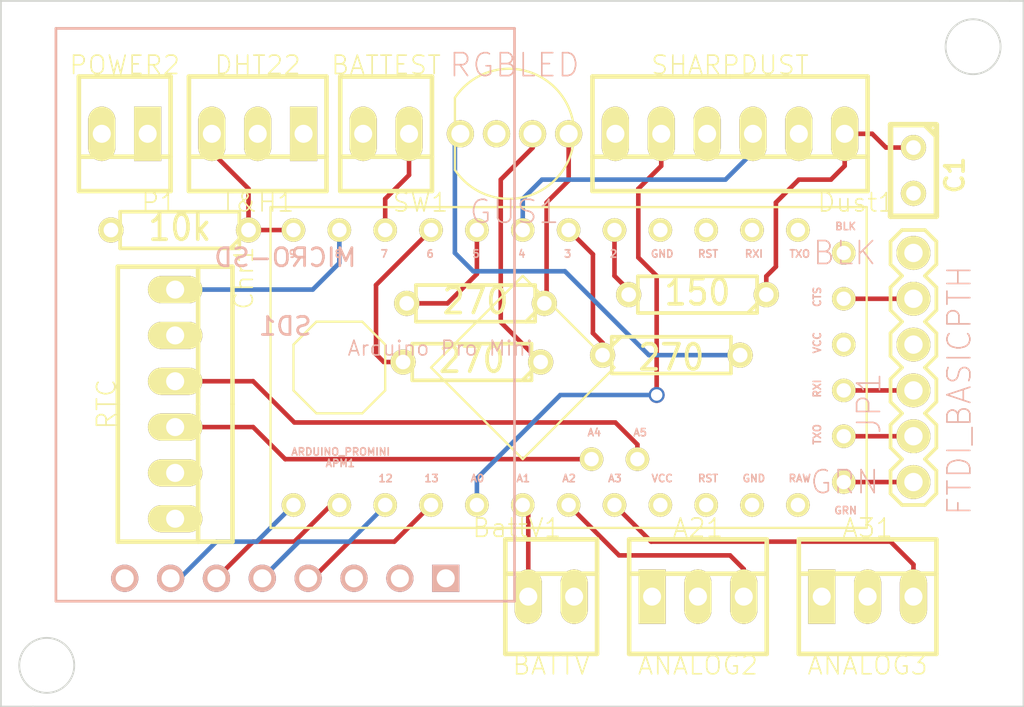
<source format=kicad_pcb>
(kicad_pcb (version 3) (host pcbnew "(2013-07-07 BZR 4022)-stable")

  (general
    (links 51)
    (no_connects 23)
    (area 119.329999 99.517999 176.072001 138.734001)
    (thickness 1.6)
    (drawings 8)
    (tracks 100)
    (zones 0)
    (modules 18)
    (nets 29)
  )

  (page A3)
  (layers
    (15 F.Cu signal hide)
    (0 B.Cu signal hide)
    (16 B.Adhes user hide)
    (17 F.Adhes user hide)
    (18 B.Paste user hide)
    (19 F.Paste user hide)
    (20 B.SilkS user)
    (21 F.SilkS user hide)
    (22 B.Mask user hide)
    (23 F.Mask user hide)
    (24 Dwgs.User user hide)
    (25 Cmts.User user hide)
    (26 Eco1.User user hide)
    (27 Eco2.User user hide)
    (28 Edge.Cuts user)
  )

  (setup
    (last_trace_width 0.254)
    (trace_clearance 0.254)
    (zone_clearance 0.508)
    (zone_45_only no)
    (trace_min 0.254)
    (segment_width 0.2)
    (edge_width 0.1)
    (via_size 0.889)
    (via_drill 0.635)
    (via_min_size 0.889)
    (via_min_drill 0.508)
    (uvia_size 0.508)
    (uvia_drill 0.127)
    (uvias_allowed no)
    (uvia_min_size 0.508)
    (uvia_min_drill 0.127)
    (pcb_text_width 0.3)
    (pcb_text_size 1.5 1.5)
    (mod_edge_width 0.15)
    (mod_text_size 1 1)
    (mod_text_width 0.15)
    (pad_size 1.50622 3.01498)
    (pad_drill 0.99822)
    (pad_to_mask_clearance 0)
    (aux_axis_origin 0 0)
    (visible_elements 7FFFFCFF)
    (pcbplotparams
      (layerselection 284196865)
      (usegerberextensions false)
      (excludeedgelayer true)
      (linewidth 0.150000)
      (plotframeref false)
      (viasonmask false)
      (mode 1)
      (useauxorigin false)
      (hpglpennumber 1)
      (hpglpenspeed 20)
      (hpglpendiameter 15)
      (hpglpenoverlay 2)
      (psnegative false)
      (psa4output false)
      (plotreference true)
      (plotvalue true)
      (plotothertext true)
      (plotinvisibletext false)
      (padsonsilk false)
      (subtractmaskfromsilk false)
      (outputformat 1)
      (mirror false)
      (drillshape 0)
      (scaleselection 1)
      (outputdirectory "ODIN gerber/"))
  )

  (net 0 "")
  (net 1 /A0)
  (net 2 /A1)
  (net 3 /A2)
  (net 4 /A3)
  (net 5 /CLK)
  (net 6 /CS)
  (net 7 /CTS)
  (net 8 /D0)
  (net 9 /D1)
  (net 10 /D2)
  (net 11 /D3)
  (net 12 /D4)
  (net 13 /D5)
  (net 14 /D6)
  (net 15 /D7)
  (net 16 /D9)
  (net 17 /DI)
  (net 18 /DO)
  (net 19 /DTR)
  (net 20 /GND)
  (net 21 /SCL)
  (net 22 /SDA)
  (net 23 /SQW)
  (net 24 /VCC)
  (net 25 N-0000019)
  (net 26 N-000002)
  (net 27 N-000003)
  (net 28 N-000004)

  (net_class Default "This is the default net class."
    (clearance 0.254)
    (trace_width 0.254)
    (via_dia 0.889)
    (via_drill 0.635)
    (uvia_dia 0.508)
    (uvia_drill 0.127)
    (add_net "")
    (add_net /A0)
    (add_net /A1)
    (add_net /A2)
    (add_net /A3)
    (add_net /CLK)
    (add_net /CS)
    (add_net /CTS)
    (add_net /D0)
    (add_net /D1)
    (add_net /D2)
    (add_net /D3)
    (add_net /D4)
    (add_net /D5)
    (add_net /D6)
    (add_net /D7)
    (add_net /D9)
    (add_net /DI)
    (add_net /DO)
    (add_net /DTR)
    (add_net /GND)
    (add_net /SCL)
    (add_net /SDA)
    (add_net /SQW)
    (add_net /VCC)
    (add_net N-0000019)
    (add_net N-000002)
    (add_net N-000003)
    (add_net N-000004)
  )

  (module microSD (layer B.Cu) (tedit 53D86257) (tstamp 53C342D5)
    (at 133.858 131.572 180)
    (path /53B9E078)
    (fp_text reference SD1 (at -1.27 13.97 180) (layer B.SilkS)
      (effects (font (size 1 1) (thickness 0.15)) (justify mirror))
    )
    (fp_text value MICRO-SD (at -1.27 17.78 180) (layer B.SilkS)
      (effects (font (size 1 1) (thickness 0.15)) (justify mirror))
    )
    (fp_line (start 11.43 -1.27) (end 11.43 30.48) (layer B.SilkS) (width 0.15))
    (fp_line (start 11.43 30.48) (end -13.97 30.48) (layer B.SilkS) (width 0.15))
    (fp_line (start 11.43 -1.27) (end -13.97 -1.27) (layer B.SilkS) (width 0.15))
    (fp_line (start -13.97 -1.27) (end -13.97 30.48) (layer B.SilkS) (width 0.15))
    (pad 4 thru_hole circle (at 0 0 180) (size 1.50622 1.50622) (drill 0.99822)
      (layers *.Cu *.Mask B.SilkS)
      (net 18 /DO)
    )
    (pad 3 thru_hole circle (at 2.54 0 180) (size 1.50622 1.50622) (drill 0.99822)
      (layers *.Cu *.Mask B.SilkS)
      (net 17 /DI)
    )
    (pad 2 thru_hole circle (at 5.08 0 180) (size 1.50622 1.50622) (drill 0.99822)
      (layers *.Cu *.Mask B.SilkS)
      (net 6 /CS)
    )
    (pad 1 thru_hole circle (at 7.62 0 180) (size 1.50622 1.50622) (drill 0.99822)
      (layers *.Cu *.Mask B.SilkS)
    )
    (pad 5 thru_hole circle (at -2.54 0 180) (size 1.50622 1.50622) (drill 0.99822)
      (layers *.Cu *.Mask B.SilkS)
      (net 5 /CLK)
    )
    (pad 6 thru_hole circle (at -5.08 0 180) (size 1.50622 1.50622) (drill 0.99822)
      (layers *.Cu *.Mask B.SilkS)
      (net 20 /GND)
    )
    (pad 7 thru_hole circle (at -7.62 0 180) (size 1.50622 1.50622) (drill 0.99822)
      (layers *.Cu *.Mask B.SilkS)
    )
    (pad 8 thru_hole rect (at -10.16 0 180) (size 1.50622 1.50622) (drill 0.99822)
      (layers *.Cu *.Mask B.SilkS)
      (net 24 /VCC)
    )
  )

  (module SparkFun-LED-TRICOLOR-THROUGHHOLE (layer F.Cu) (tedit 53D81E13) (tstamp 53D82015)
    (at 147.828 106.934)
    (path /53B9FB1C)
    (attr virtual)
    (fp_text reference GUS1 (at 0 4.318) (layer B.SilkS)
      (effects (font (size 1.27 1.27) (thickness 0.0889)))
    )
    (fp_text value RGBLED (at 0 -3.81) (layer B.SilkS)
      (effects (font (size 1.27 1.27) (thickness 0.0889)))
    )
    (fp_line (start -3.29946 -1.99898) (end -3.29946 1.99898) (layer F.SilkS) (width 0.127))
    (fp_arc (start -0.29972 0) (end -3.29946 -1.99898) (angle 292.6) (layer F.SilkS) (width 0.127))
    (pad BLU thru_hole circle (at 0.99822 0) (size 1.50622 1.50622) (drill 0.99822)
      (layers *.Cu F.Paste F.SilkS F.Mask)
      (net 28 N-000004)
    )
    (pad GND thru_hole circle (at -0.99822 0) (size 1.50622 1.50622) (drill 0.99822)
      (layers *.Cu F.Paste F.SilkS F.Mask)
      (net 20 /GND)
    )
    (pad GRN thru_hole circle (at 2.99974 0) (size 1.50622 1.50622) (drill 0.99822)
      (layers *.Cu F.Paste F.SilkS F.Mask)
      (net 27 N-000003)
    )
    (pad RED thru_hole circle (at -2.99974 0) (size 1.50622 1.50622) (drill 0.99822)
      (layers *.Cu F.Paste F.SilkS F.Mask)
      (net 26 N-000002)
    )
  )

  (module SparkFun-FTDI_BASIC (layer F.Cu) (tedit 200000) (tstamp 53C3436B)
    (at 169.926 126.238 90)
    (path /53B9E1FD)
    (attr virtual)
    (fp_text reference JP1 (at 4.36626 -2.4638 90) (layer B.SilkS)
      (effects (font (size 1.27 1.27) (thickness 0.0889)))
    )
    (fp_text value FTDI_BASICPTH (at 5.08 2.54 90) (layer B.SilkS)
      (effects (font (size 1.27 1.27) (thickness 0.0889)))
    )
    (fp_line (start 12.446 0.254) (end 12.954 0.254) (layer F.SilkS) (width 0.06604))
    (fp_line (start 12.954 0.254) (end 12.954 -0.254) (layer F.SilkS) (width 0.06604))
    (fp_line (start 12.446 -0.254) (end 12.954 -0.254) (layer F.SilkS) (width 0.06604))
    (fp_line (start 12.446 0.254) (end 12.446 -0.254) (layer F.SilkS) (width 0.06604))
    (fp_line (start 9.906 0.254) (end 10.414 0.254) (layer F.SilkS) (width 0.06604))
    (fp_line (start 10.414 0.254) (end 10.414 -0.254) (layer F.SilkS) (width 0.06604))
    (fp_line (start 9.906 -0.254) (end 10.414 -0.254) (layer F.SilkS) (width 0.06604))
    (fp_line (start 9.906 0.254) (end 9.906 -0.254) (layer F.SilkS) (width 0.06604))
    (fp_line (start 7.366 0.254) (end 7.874 0.254) (layer F.SilkS) (width 0.06604))
    (fp_line (start 7.874 0.254) (end 7.874 -0.254) (layer F.SilkS) (width 0.06604))
    (fp_line (start 7.366 -0.254) (end 7.874 -0.254) (layer F.SilkS) (width 0.06604))
    (fp_line (start 7.366 0.254) (end 7.366 -0.254) (layer F.SilkS) (width 0.06604))
    (fp_line (start 4.826 0.254) (end 5.334 0.254) (layer F.SilkS) (width 0.06604))
    (fp_line (start 5.334 0.254) (end 5.334 -0.254) (layer F.SilkS) (width 0.06604))
    (fp_line (start 4.826 -0.254) (end 5.334 -0.254) (layer F.SilkS) (width 0.06604))
    (fp_line (start 4.826 0.254) (end 4.826 -0.254) (layer F.SilkS) (width 0.06604))
    (fp_line (start 2.286 0.254) (end 2.794 0.254) (layer F.SilkS) (width 0.06604))
    (fp_line (start 2.794 0.254) (end 2.794 -0.254) (layer F.SilkS) (width 0.06604))
    (fp_line (start 2.286 -0.254) (end 2.794 -0.254) (layer F.SilkS) (width 0.06604))
    (fp_line (start 2.286 0.254) (end 2.286 -0.254) (layer F.SilkS) (width 0.06604))
    (fp_line (start -0.254 0.254) (end 0.254 0.254) (layer F.SilkS) (width 0.06604))
    (fp_line (start 0.254 0.254) (end 0.254 -0.254) (layer F.SilkS) (width 0.06604))
    (fp_line (start -0.254 -0.254) (end 0.254 -0.254) (layer F.SilkS) (width 0.06604))
    (fp_line (start -0.254 0.254) (end -0.254 -0.254) (layer F.SilkS) (width 0.06604))
    (fp_line (start 11.43 -0.635) (end 12.065 -1.27) (layer F.SilkS) (width 0.2032))
    (fp_line (start 12.065 -1.27) (end 13.335 -1.27) (layer F.SilkS) (width 0.2032))
    (fp_line (start 13.335 -1.27) (end 13.97 -0.635) (layer F.SilkS) (width 0.2032))
    (fp_line (start 13.97 0.635) (end 13.335 1.27) (layer F.SilkS) (width 0.2032))
    (fp_line (start 13.335 1.27) (end 12.065 1.27) (layer F.SilkS) (width 0.2032))
    (fp_line (start 12.065 1.27) (end 11.43 0.635) (layer F.SilkS) (width 0.2032))
    (fp_line (start 6.985 -1.27) (end 8.255 -1.27) (layer F.SilkS) (width 0.2032))
    (fp_line (start 8.255 -1.27) (end 8.89 -0.635) (layer F.SilkS) (width 0.2032))
    (fp_line (start 8.89 0.635) (end 8.255 1.27) (layer F.SilkS) (width 0.2032))
    (fp_line (start 8.89 -0.635) (end 9.525 -1.27) (layer F.SilkS) (width 0.2032))
    (fp_line (start 9.525 -1.27) (end 10.795 -1.27) (layer F.SilkS) (width 0.2032))
    (fp_line (start 10.795 -1.27) (end 11.43 -0.635) (layer F.SilkS) (width 0.2032))
    (fp_line (start 11.43 0.635) (end 10.795 1.27) (layer F.SilkS) (width 0.2032))
    (fp_line (start 10.795 1.27) (end 9.525 1.27) (layer F.SilkS) (width 0.2032))
    (fp_line (start 9.525 1.27) (end 8.89 0.635) (layer F.SilkS) (width 0.2032))
    (fp_line (start 3.81 -0.635) (end 4.445 -1.27) (layer F.SilkS) (width 0.2032))
    (fp_line (start 4.445 -1.27) (end 5.715 -1.27) (layer F.SilkS) (width 0.2032))
    (fp_line (start 5.715 -1.27) (end 6.35 -0.635) (layer F.SilkS) (width 0.2032))
    (fp_line (start 6.35 0.635) (end 5.715 1.27) (layer F.SilkS) (width 0.2032))
    (fp_line (start 5.715 1.27) (end 4.445 1.27) (layer F.SilkS) (width 0.2032))
    (fp_line (start 4.445 1.27) (end 3.81 0.635) (layer F.SilkS) (width 0.2032))
    (fp_line (start 6.985 -1.27) (end 6.35 -0.635) (layer F.SilkS) (width 0.2032))
    (fp_line (start 6.35 0.635) (end 6.985 1.27) (layer F.SilkS) (width 0.2032))
    (fp_line (start 8.255 1.27) (end 6.985 1.27) (layer F.SilkS) (width 0.2032))
    (fp_line (start -0.635 -1.27) (end 0.635 -1.27) (layer F.SilkS) (width 0.2032))
    (fp_line (start 0.635 -1.27) (end 1.27 -0.635) (layer F.SilkS) (width 0.2032))
    (fp_line (start 1.27 0.635) (end 0.635 1.27) (layer F.SilkS) (width 0.2032))
    (fp_line (start 1.27 -0.635) (end 1.905 -1.27) (layer F.SilkS) (width 0.2032))
    (fp_line (start 1.905 -1.27) (end 3.175 -1.27) (layer F.SilkS) (width 0.2032))
    (fp_line (start 3.175 -1.27) (end 3.81 -0.635) (layer F.SilkS) (width 0.2032))
    (fp_line (start 3.81 0.635) (end 3.175 1.27) (layer F.SilkS) (width 0.2032))
    (fp_line (start 3.175 1.27) (end 1.905 1.27) (layer F.SilkS) (width 0.2032))
    (fp_line (start 1.905 1.27) (end 1.27 0.635) (layer F.SilkS) (width 0.2032))
    (fp_line (start -1.27 -0.635) (end -1.27 0.635) (layer F.SilkS) (width 0.2032))
    (fp_line (start -0.635 -1.27) (end -1.27 -0.635) (layer F.SilkS) (width 0.2032))
    (fp_line (start -1.27 0.635) (end -0.635 1.27) (layer F.SilkS) (width 0.2032))
    (fp_line (start 0.635 1.27) (end -0.635 1.27) (layer F.SilkS) (width 0.2032))
    (fp_line (start 13.97 -0.635) (end 13.97 0.635) (layer F.SilkS) (width 0.2032))
    (fp_text user GRN (at 0 -3.81 180) (layer B.SilkS)
      (effects (font (size 1.27 1.27) (thickness 0.0889)))
    )
    (fp_text user BLK (at 12.7 -3.81 180) (layer B.SilkS)
      (effects (font (size 1.27 1.27) (thickness 0.0889)))
    )
    (pad CTS thru_hole circle (at 10.16 0 90) (size 1.8796 1.8796) (drill 1.016)
      (layers *.Cu F.Paste F.SilkS F.Mask)
      (net 7 /CTS)
    )
    (pad DTR thru_hole circle (at 0 0 90) (size 1.8796 1.8796) (drill 1.016)
      (layers *.Cu F.Paste F.SilkS F.Mask)
      (net 19 /DTR)
    )
    (pad GND thru_hole circle (at 12.7 0 90) (size 1.8796 1.8796) (drill 1.016)
      (layers *.Cu F.Paste F.SilkS F.Mask)
      (net 20 /GND)
    )
    (pad RXI thru_hole circle (at 2.54 0 90) (size 1.8796 1.8796) (drill 1.016)
      (layers *.Cu F.Paste F.SilkS F.Mask)
      (net 8 /D0)
    )
    (pad TXO thru_hole circle (at 5.08 0 90) (size 1.8796 1.8796) (drill 1.016)
      (layers *.Cu F.Paste F.SilkS F.Mask)
      (net 9 /D1)
    )
    (pad VCC thru_hole circle (at 7.62 0 90) (size 1.8796 1.8796) (drill 1.016)
      (layers *.Cu F.Paste F.SilkS F.Mask)
      (net 24 /VCC)
    )
  )

  (module R3 (layer F.Cu) (tedit 4E4C0E65) (tstamp 53BB698D)
    (at 157.9626 115.8494 180)
    (descr "Resitance 3 pas")
    (tags R)
    (path /53B5D761)
    (autoplace_cost180 10)
    (fp_text reference R5 (at 0 0.127 180) (layer F.SilkS) hide
      (effects (font (size 1.397 1.27) (thickness 0.2032)))
    )
    (fp_text value 150 (at 0 0.127 180) (layer F.SilkS)
      (effects (font (size 1.397 1.27) (thickness 0.2032)))
    )
    (fp_line (start -3.81 0) (end -3.302 0) (layer F.SilkS) (width 0.2032))
    (fp_line (start 3.81 0) (end 3.302 0) (layer F.SilkS) (width 0.2032))
    (fp_line (start 3.302 0) (end 3.302 -1.016) (layer F.SilkS) (width 0.2032))
    (fp_line (start 3.302 -1.016) (end -3.302 -1.016) (layer F.SilkS) (width 0.2032))
    (fp_line (start -3.302 -1.016) (end -3.302 1.016) (layer F.SilkS) (width 0.2032))
    (fp_line (start -3.302 1.016) (end 3.302 1.016) (layer F.SilkS) (width 0.2032))
    (fp_line (start 3.302 1.016) (end 3.302 0) (layer F.SilkS) (width 0.2032))
    (fp_line (start -3.302 -0.508) (end -2.794 -1.016) (layer F.SilkS) (width 0.2032))
    (pad 1 thru_hole circle (at -3.81 0 180) (size 1.397 1.397) (drill 0.8128)
      (layers *.Cu *.Mask F.SilkS)
      (net 25 N-0000019)
    )
    (pad 2 thru_hole circle (at 3.81 0 180) (size 1.397 1.397) (drill 0.8128)
      (layers *.Cu *.Mask F.SilkS)
      (net 10 /D2)
    )
    (model discret/resistor.wrl
      (at (xyz 0 0 0))
      (scale (xyz 0.3 0.3 0.3))
      (rotate (xyz 0 0 0))
    )
  )

  (module R3 (layer F.Cu) (tedit 4E4C0E65) (tstamp 53BB699B)
    (at 129.286 112.268 180)
    (descr "Resitance 3 pas")
    (tags R)
    (path /53B9DB77)
    (autoplace_cost180 10)
    (fp_text reference R1 (at 0 0.127 180) (layer F.SilkS) hide
      (effects (font (size 1.397 1.27) (thickness 0.2032)))
    )
    (fp_text value 10k (at 0 0.127 180) (layer F.SilkS)
      (effects (font (size 1.397 1.27) (thickness 0.2032)))
    )
    (fp_line (start -3.81 0) (end -3.302 0) (layer F.SilkS) (width 0.2032))
    (fp_line (start 3.81 0) (end 3.302 0) (layer F.SilkS) (width 0.2032))
    (fp_line (start 3.302 0) (end 3.302 -1.016) (layer F.SilkS) (width 0.2032))
    (fp_line (start 3.302 -1.016) (end -3.302 -1.016) (layer F.SilkS) (width 0.2032))
    (fp_line (start -3.302 -1.016) (end -3.302 1.016) (layer F.SilkS) (width 0.2032))
    (fp_line (start -3.302 1.016) (end 3.302 1.016) (layer F.SilkS) (width 0.2032))
    (fp_line (start 3.302 1.016) (end 3.302 0) (layer F.SilkS) (width 0.2032))
    (fp_line (start -3.302 -0.508) (end -2.794 -1.016) (layer F.SilkS) (width 0.2032))
    (pad 1 thru_hole circle (at -3.81 0 180) (size 1.397 1.397) (drill 0.8128)
      (layers *.Cu *.Mask F.SilkS)
      (net 16 /D9)
    )
    (pad 2 thru_hole circle (at 3.81 0 180) (size 1.397 1.397) (drill 0.8128)
      (layers *.Cu *.Mask F.SilkS)
      (net 24 /VCC)
    )
    (model discret/resistor.wrl
      (at (xyz 0 0 0))
      (scale (xyz 0.3 0.3 0.3))
      (rotate (xyz 0 0 0))
    )
  )

  (module R3 (layer F.Cu) (tedit 4E4C0E65) (tstamp 53BCAAB7)
    (at 156.5148 119.2022)
    (descr "Resitance 3 pas")
    (tags R)
    (path /53B9FB76)
    (autoplace_cost180 10)
    (fp_text reference R2 (at 0 0.127) (layer F.SilkS) hide
      (effects (font (size 1.397 1.27) (thickness 0.2032)))
    )
    (fp_text value 270 (at 0 0.127) (layer F.SilkS)
      (effects (font (size 1.397 1.27) (thickness 0.2032)))
    )
    (fp_line (start -3.81 0) (end -3.302 0) (layer F.SilkS) (width 0.2032))
    (fp_line (start 3.81 0) (end 3.302 0) (layer F.SilkS) (width 0.2032))
    (fp_line (start 3.302 0) (end 3.302 -1.016) (layer F.SilkS) (width 0.2032))
    (fp_line (start 3.302 -1.016) (end -3.302 -1.016) (layer F.SilkS) (width 0.2032))
    (fp_line (start -3.302 -1.016) (end -3.302 1.016) (layer F.SilkS) (width 0.2032))
    (fp_line (start -3.302 1.016) (end 3.302 1.016) (layer F.SilkS) (width 0.2032))
    (fp_line (start 3.302 1.016) (end 3.302 0) (layer F.SilkS) (width 0.2032))
    (fp_line (start -3.302 -0.508) (end -2.794 -1.016) (layer F.SilkS) (width 0.2032))
    (pad 1 thru_hole circle (at -3.81 0) (size 1.397 1.397) (drill 0.8128)
      (layers *.Cu *.Mask F.SilkS)
      (net 11 /D3)
    )
    (pad 2 thru_hole circle (at 3.81 0) (size 1.397 1.397) (drill 0.8128)
      (layers *.Cu *.Mask F.SilkS)
      (net 26 N-000002)
    )
    (model discret/resistor.wrl
      (at (xyz 0 0 0))
      (scale (xyz 0.3 0.3 0.3))
      (rotate (xyz 0 0 0))
    )
  )

  (module R3 (layer F.Cu) (tedit 4E4C0E65) (tstamp 53BB69B7)
    (at 145.669 116.332 180)
    (descr "Resitance 3 pas")
    (tags R)
    (path /53B9FB96)
    (autoplace_cost180 10)
    (fp_text reference R3 (at 0 0.127 180) (layer F.SilkS) hide
      (effects (font (size 1.397 1.27) (thickness 0.2032)))
    )
    (fp_text value 270 (at 0 0.127 180) (layer F.SilkS)
      (effects (font (size 1.397 1.27) (thickness 0.2032)))
    )
    (fp_line (start -3.81 0) (end -3.302 0) (layer F.SilkS) (width 0.2032))
    (fp_line (start 3.81 0) (end 3.302 0) (layer F.SilkS) (width 0.2032))
    (fp_line (start 3.302 0) (end 3.302 -1.016) (layer F.SilkS) (width 0.2032))
    (fp_line (start 3.302 -1.016) (end -3.302 -1.016) (layer F.SilkS) (width 0.2032))
    (fp_line (start -3.302 -1.016) (end -3.302 1.016) (layer F.SilkS) (width 0.2032))
    (fp_line (start -3.302 1.016) (end 3.302 1.016) (layer F.SilkS) (width 0.2032))
    (fp_line (start 3.302 1.016) (end 3.302 0) (layer F.SilkS) (width 0.2032))
    (fp_line (start -3.302 -0.508) (end -2.794 -1.016) (layer F.SilkS) (width 0.2032))
    (pad 1 thru_hole circle (at -3.81 0 180) (size 1.397 1.397) (drill 0.8128)
      (layers *.Cu *.Mask F.SilkS)
      (net 27 N-000003)
    )
    (pad 2 thru_hole circle (at 3.81 0 180) (size 1.397 1.397) (drill 0.8128)
      (layers *.Cu *.Mask F.SilkS)
      (net 13 /D5)
    )
    (model discret/resistor.wrl
      (at (xyz 0 0 0))
      (scale (xyz 0.3 0.3 0.3))
      (rotate (xyz 0 0 0))
    )
  )

  (module R3 (layer F.Cu) (tedit 4E4C0E65) (tstamp 53BB69C5)
    (at 145.4658 119.5832 180)
    (descr "Resitance 3 pas")
    (tags R)
    (path /53B9FB9C)
    (autoplace_cost180 10)
    (fp_text reference R4 (at 0 0.127 180) (layer F.SilkS) hide
      (effects (font (size 1.397 1.27) (thickness 0.2032)))
    )
    (fp_text value 270 (at 0 0.127 180) (layer F.SilkS)
      (effects (font (size 1.397 1.27) (thickness 0.2032)))
    )
    (fp_line (start -3.81 0) (end -3.302 0) (layer F.SilkS) (width 0.2032))
    (fp_line (start 3.81 0) (end 3.302 0) (layer F.SilkS) (width 0.2032))
    (fp_line (start 3.302 0) (end 3.302 -1.016) (layer F.SilkS) (width 0.2032))
    (fp_line (start 3.302 -1.016) (end -3.302 -1.016) (layer F.SilkS) (width 0.2032))
    (fp_line (start -3.302 -1.016) (end -3.302 1.016) (layer F.SilkS) (width 0.2032))
    (fp_line (start -3.302 1.016) (end 3.302 1.016) (layer F.SilkS) (width 0.2032))
    (fp_line (start 3.302 1.016) (end 3.302 0) (layer F.SilkS) (width 0.2032))
    (fp_line (start -3.302 -0.508) (end -2.794 -1.016) (layer F.SilkS) (width 0.2032))
    (pad 1 thru_hole circle (at -3.81 0 180) (size 1.397 1.397) (drill 0.8128)
      (layers *.Cu *.Mask F.SilkS)
      (net 28 N-000004)
    )
    (pad 2 thru_hole circle (at 3.81 0 180) (size 1.397 1.397) (drill 0.8128)
      (layers *.Cu *.Mask F.SilkS)
      (net 14 /D6)
    )
    (model discret/resistor.wrl
      (at (xyz 0 0 0))
      (scale (xyz 0.3 0.3 0.3))
      (rotate (xyz 0 0 0))
    )
  )

  (module PINHEAD1-6 (layer F.Cu) (tedit 4C5EDF69) (tstamp 53BB69D7)
    (at 159.766 106.934 180)
    (path /53B9E1EE)
    (attr virtual)
    (fp_text reference Dust1 (at -6.985 -3.81 180) (layer F.SilkS)
      (effects (font (size 1.016 1.016) (thickness 0.0889)))
    )
    (fp_text value SHARPDUST (at 0 3.81 180) (layer F.SilkS)
      (effects (font (size 1.016 1.016) (thickness 0.0889)))
    )
    (fp_line (start 0 3.175) (end 7.62 3.175) (layer F.SilkS) (width 0.254))
    (fp_line (start 0 -1.27) (end 7.62 -1.27) (layer F.SilkS) (width 0.254))
    (fp_line (start 0 -3.175) (end 7.62 -3.175) (layer F.SilkS) (width 0.254))
    (fp_line (start -7.62 -3.175) (end -7.62 3.175) (layer F.SilkS) (width 0.254))
    (fp_line (start 7.62 -3.175) (end 7.62 3.175) (layer F.SilkS) (width 0.254))
    (fp_line (start 0 -1.27) (end -7.62 -1.27) (layer F.SilkS) (width 0.254))
    (fp_line (start -7.62 -3.175) (end 0 -3.175) (layer F.SilkS) (width 0.254))
    (fp_line (start 0 3.175) (end -7.62 3.175) (layer F.SilkS) (width 0.254))
    (pad 1 thru_hole oval (at -6.35 0 180) (size 1.50622 3.01498) (drill 0.99822)
      (layers *.Cu F.Paste F.SilkS F.Mask)
      (net 25 N-0000019)
    )
    (pad 2 thru_hole oval (at -3.81 0 180) (size 1.50622 3.01498) (drill 0.99822)
      (layers *.Cu F.Paste F.SilkS F.Mask)
      (net 20 /GND)
    )
    (pad 3 thru_hole oval (at -1.27 0 180) (size 1.50622 3.01498) (drill 0.99822)
      (layers *.Cu F.Paste F.SilkS F.Mask)
      (net 12 /D4)
    )
    (pad 4 thru_hole oval (at 1.27 0 180) (size 1.50622 3.01498) (drill 0.99822)
      (layers *.Cu F.Paste F.SilkS F.Mask)
      (net 20 /GND)
    )
    (pad 5 thru_hole oval (at 3.81 0 180) (size 1.50622 3.01498) (drill 0.99822)
      (layers *.Cu F.Paste F.SilkS F.Mask)
      (net 1 /A0)
    )
    (pad 6 thru_hole oval (at 6.35 0 180) (size 1.50622 3.01498) (drill 0.99822)
      (layers *.Cu F.Paste F.SilkS F.Mask)
      (net 24 /VCC)
    )
  )

  (module PINHEAD1-6 (layer F.Cu) (tedit 4C5EDF69) (tstamp 53BB69E9)
    (at 129.032 121.92 270)
    (path /53BA039A)
    (attr virtual)
    (fp_text reference Chr1 (at -6.985 -3.81 270) (layer F.SilkS)
      (effects (font (size 1.016 1.016) (thickness 0.0889)))
    )
    (fp_text value RTC (at 0 3.81 270) (layer F.SilkS)
      (effects (font (size 1.016 1.016) (thickness 0.0889)))
    )
    (fp_line (start 0 3.175) (end 7.62 3.175) (layer F.SilkS) (width 0.254))
    (fp_line (start 0 -1.27) (end 7.62 -1.27) (layer F.SilkS) (width 0.254))
    (fp_line (start 0 -3.175) (end 7.62 -3.175) (layer F.SilkS) (width 0.254))
    (fp_line (start -7.62 -3.175) (end -7.62 3.175) (layer F.SilkS) (width 0.254))
    (fp_line (start 7.62 -3.175) (end 7.62 3.175) (layer F.SilkS) (width 0.254))
    (fp_line (start 0 -1.27) (end -7.62 -1.27) (layer F.SilkS) (width 0.254))
    (fp_line (start -7.62 -3.175) (end 0 -3.175) (layer F.SilkS) (width 0.254))
    (fp_line (start 0 3.175) (end -7.62 3.175) (layer F.SilkS) (width 0.254))
    (pad 1 thru_hole oval (at -6.35 0 270) (size 1.50622 3.01498) (drill 0.99822)
      (layers *.Cu F.Paste F.SilkS F.Mask)
      (net 23 /SQW)
    )
    (pad 2 thru_hole oval (at -3.81 0 270) (size 1.50622 3.01498) (drill 0.99822)
      (layers *.Cu F.Paste F.SilkS F.Mask)
    )
    (pad 3 thru_hole oval (at -1.27 0 270) (size 1.50622 3.01498) (drill 0.99822)
      (layers *.Cu F.Paste F.SilkS F.Mask)
      (net 22 /SDA)
    )
    (pad 4 thru_hole oval (at 1.27 0 270) (size 1.50622 3.01498) (drill 0.99822)
      (layers *.Cu F.Paste F.SilkS F.Mask)
      (net 21 /SCL)
    )
    (pad 5 thru_hole oval (at 3.81 0 270) (size 1.50622 3.01498) (drill 0.99822)
      (layers *.Cu F.Paste F.SilkS F.Mask)
      (net 24 /VCC)
    )
    (pad 6 thru_hole oval (at 6.35 0 270) (size 1.50622 3.01498) (drill 0.99822)
      (layers *.Cu F.Paste F.SilkS F.Mask)
      (net 20 /GND)
    )
  )

  (module PINHEAD1-2 (layer F.Cu) (tedit 4C5EDFB2) (tstamp 53C34391)
    (at 149.86 132.588)
    (path /53BB6875)
    (attr virtual)
    (fp_text reference BattV1 (at -1.905 -3.81) (layer F.SilkS)
      (effects (font (size 1.016 1.016) (thickness 0.0889)))
    )
    (fp_text value BATTV (at 0 3.81) (layer F.SilkS)
      (effects (font (size 1.016 1.016) (thickness 0.0889)))
    )
    (fp_line (start 2.54 -1.27) (end -2.54 -1.27) (layer F.SilkS) (width 0.254))
    (fp_line (start 2.54 3.175) (end -2.54 3.175) (layer F.SilkS) (width 0.254))
    (fp_line (start -2.54 -3.175) (end 2.54 -3.175) (layer F.SilkS) (width 0.254))
    (fp_line (start -2.54 -3.175) (end -2.54 3.175) (layer F.SilkS) (width 0.254))
    (fp_line (start 2.54 -3.175) (end 2.54 3.175) (layer F.SilkS) (width 0.254))
    (pad 1 thru_hole oval (at -1.27 0) (size 1.50622 3.01498) (drill 0.99822)
      (layers *.Cu F.Paste F.SilkS F.Mask)
      (net 2 /A1)
    )
    (pad 2 thru_hole oval (at 1.27 0) (size 1.50622 3.01498) (drill 0.99822)
      (layers *.Cu F.Paste F.SilkS F.Mask)
      (net 20 /GND)
    )
  )

  (module PINHEAD1-2 (layer F.Cu) (tedit 4C5EDFB2) (tstamp 53BC6A8A)
    (at 140.716 106.934 180)
    (path /53BB6E9E)
    (attr virtual)
    (fp_text reference SW1 (at -1.905 -3.81 180) (layer F.SilkS)
      (effects (font (size 1.016 1.016) (thickness 0.0889)))
    )
    (fp_text value BATTEST (at 0 3.81 180) (layer F.SilkS)
      (effects (font (size 1.016 1.016) (thickness 0.0889)))
    )
    (fp_line (start 2.54 -1.27) (end -2.54 -1.27) (layer F.SilkS) (width 0.254))
    (fp_line (start 2.54 3.175) (end -2.54 3.175) (layer F.SilkS) (width 0.254))
    (fp_line (start -2.54 -3.175) (end 2.54 -3.175) (layer F.SilkS) (width 0.254))
    (fp_line (start -2.54 -3.175) (end -2.54 3.175) (layer F.SilkS) (width 0.254))
    (fp_line (start 2.54 -3.175) (end 2.54 3.175) (layer F.SilkS) (width 0.254))
    (pad 1 thru_hole oval (at -1.27 0 180) (size 1.50622 3.01498) (drill 0.99822)
      (layers *.Cu F.Paste F.SilkS F.Mask)
      (net 15 /D7)
    )
    (pad 2 thru_hole oval (at 1.27 0 180) (size 1.50622 3.01498) (drill 0.99822)
      (layers *.Cu F.Paste F.SilkS F.Mask)
      (net 24 /VCC)
    )
  )

  (module Halley-ARDUINO_PRO_MINI (layer F.Cu) (tedit 53BC9C91) (tstamp 53BC9D7D)
    (at 152.0952 119.888)
    (descr "SPARKFUN ARDUINO PRO MINI OUTLINE")
    (tags "SPARKFUN ARDUINO PRO MINI OUTLINE")
    (path /53B9F9FD)
    (attr virtual)
    (fp_text reference APM1 (at -13.9192 5.3086) (layer B.SilkS)
      (effects (font (size 0.4064 0.4064) (thickness 0.0889)))
    )
    (fp_text value ARDUINO_PROMINI (at -13.8938 4.6736) (layer B.SilkS)
      (effects (font (size 0.4064 0.4064) (thickness 0.0889)))
    )
    (fp_line (start -17.78 8.89) (end 15.24 8.89) (layer F.SilkS) (width 0.127))
    (fp_line (start 15.24 8.89) (end 15.24 -8.89) (layer F.SilkS) (width 0.127))
    (fp_line (start 15.24 -8.89) (end -17.78 -8.89) (layer F.SilkS) (width 0.127))
    (fp_line (start -17.78 -8.89) (end -17.78 8.89) (layer F.SilkS) (width 0.127))
    (fp_line (start -16.51 -1.27) (end -16.51 1.27) (layer F.SilkS) (width 0.127))
    (fp_line (start -16.51 1.27) (end -15.24 2.54) (layer F.SilkS) (width 0.127))
    (fp_line (start -15.24 2.54) (end -12.7 2.54) (layer F.SilkS) (width 0.127))
    (fp_line (start -12.7 2.54) (end -11.43 1.27) (layer F.SilkS) (width 0.127))
    (fp_line (start -11.43 1.27) (end -11.43 -1.27) (layer F.SilkS) (width 0.127))
    (fp_line (start -11.43 -1.27) (end -12.7 -2.54) (layer F.SilkS) (width 0.127))
    (fp_line (start -12.7 -2.54) (end -15.24 -2.54) (layer F.SilkS) (width 0.127))
    (fp_line (start -15.24 -2.54) (end -16.51 -1.27) (layer F.SilkS) (width 0.127))
    (fp_line (start -8.89 0) (end -3.81 -5.08) (layer F.SilkS) (width 0.127))
    (fp_line (start -3.81 -5.08) (end 1.27 0) (layer F.SilkS) (width 0.127))
    (fp_line (start 1.27 0) (end -3.81 5.08) (layer F.SilkS) (width 0.127))
    (fp_line (start -3.81 5.08) (end -8.89 0) (layer F.SilkS) (width 0.127))
    (fp_text user 12 (at -11.4046 6.1468) (layer B.SilkS)
      (effects (font (size 0.4064 0.4064) (thickness 0.0889)))
    )
    (fp_text user 13 (at -8.86206 6.1468) (layer B.SilkS)
      (effects (font (size 0.4064 0.4064) (thickness 0.0889)))
    )
    (fp_text user A0 (at -6.3246 6.1468) (layer B.SilkS)
      (effects (font (size 0.4064 0.4064) (thickness 0.0889)))
    )
    (fp_text user A1 (at -3.7846 6.1468) (layer B.SilkS)
      (effects (font (size 0.4064 0.4064) (thickness 0.0889)))
    )
    (fp_text user A2 (at -1.2446 6.1468) (layer B.SilkS)
      (effects (font (size 0.4064 0.4064) (thickness 0.0889)))
    )
    (fp_text user A3 (at 1.29286 6.1468) (layer B.SilkS)
      (effects (font (size 0.4064 0.4064) (thickness 0.0889)))
    )
    (fp_text user VCC (at 3.9116 6.1468) (layer B.SilkS)
      (effects (font (size 0.4064 0.4064) (thickness 0.0889)))
    )
    (fp_text user A5 (at 2.6924 3.60426) (layer B.SilkS)
      (effects (font (size 0.4064 0.4064) (thickness 0.0889)))
    )
    (fp_text user A4 (at 0.1524 3.60426) (layer B.SilkS)
      (effects (font (size 0.4064 0.4064) (thickness 0.0889)))
    )
    (fp_text user RST (at 6.4516 6.1468) (layer B.SilkS)
      (effects (font (size 0.4064 0.4064) (thickness 0.0889)))
    )
    (fp_text user GND (at 8.9916 6.1468) (layer B.SilkS)
      (effects (font (size 0.4064 0.4064) (thickness 0.0889)))
    )
    (fp_text user RAW (at 11.5316 6.1468) (layer B.SilkS)
      (effects (font (size 0.4064 0.4064) (thickness 0.0889)))
    )
    (fp_text user GRN (at 14.0716 7.9248) (layer B.SilkS)
      (effects (font (size 0.4064 0.4064) (thickness 0.0889)))
    )
    (fp_text user BLK (at 14.0716 -7.8232) (layer B.SilkS)
      (effects (font (size 0.4064 0.4064) (thickness 0.0889)))
    )
    (fp_text user GND (at 3.9116 -6.2992) (layer B.SilkS)
      (effects (font (size 0.4064 0.4064) (thickness 0.0889)))
    )
    (fp_text user TXO (at 11.5316 -6.2992) (layer B.SilkS)
      (effects (font (size 0.4064 0.4064) (thickness 0.0889)))
    )
    (fp_text user RXI (at 8.9916 -6.2992) (layer B.SilkS)
      (effects (font (size 0.4064 0.4064) (thickness 0.0889)))
    )
    (fp_text user RST (at 6.4516 -6.2992) (layer B.SilkS)
      (effects (font (size 0.4064 0.4064) (thickness 0.0889)))
    )
    (fp_text user 2 (at 1.2192 -6.2992) (layer B.SilkS)
      (effects (font (size 0.4064 0.4064) (thickness 0.0889)))
    )
    (fp_text user 3 (at -1.3208 -6.2992) (layer B.SilkS)
      (effects (font (size 0.4064 0.4064) (thickness 0.0889)))
    )
    (fp_text user 4 (at -3.8608 -6.2992) (layer B.SilkS)
      (effects (font (size 0.4064 0.4064) (thickness 0.0889)))
    )
    (fp_text user 5 (at -6.4008 -6.2992) (layer B.SilkS)
      (effects (font (size 0.4064 0.4064) (thickness 0.0889)))
    )
    (fp_text user 6 (at -8.9408 -6.2992) (layer B.SilkS)
      (effects (font (size 0.4064 0.4064) (thickness 0.0889)))
    )
    (fp_text user 7 (at -11.4808 -6.2992) (layer B.SilkS)
      (effects (font (size 0.4064 0.4064) (thickness 0.0889)))
    )
    (fp_text user 8 (at -14.0208 -6.2992) (layer B.SilkS)
      (effects (font (size 0.4064 0.4064) (thickness 0.0889)))
    )
    (fp_text user 9 (at -16.5608 -6.2992) (layer B.SilkS)
      (effects (font (size 0.4064 0.4064) (thickness 0.0889)))
    )
    (fp_text user TXO (at 12.4968 3.7084 90) (layer B.SilkS)
      (effects (font (size 0.4064 0.4064) (thickness 0.0889)))
    )
    (fp_text user RXI (at 12.4968 1.1684 90) (layer B.SilkS)
      (effects (font (size 0.4064 0.4064) (thickness 0.0889)))
    )
    (fp_text user VCC (at 12.4968 -1.3716 90) (layer B.SilkS)
      (effects (font (size 0.4064 0.4064) (thickness 0.0889)))
    )
    (fp_text user CTS (at 12.4968 -3.9116 90) (layer B.SilkS)
      (effects (font (size 0.4064 0.4064) (thickness 0.0889)))
    )
    (fp_text user "Arduino Pro Mini" (at -8.382 -1.0668) (layer B.SilkS)
      (effects (font (size 0.8128 0.8128) (thickness 0.0889)))
    )
    (pad A0 thru_hole circle (at -6.35 7.62) (size 1.30556 1.30556) (drill 0.79756)
      (layers *.Cu F.Paste F.SilkS F.Mask)
      (net 1 /A0)
    )
    (pad A1 thru_hole circle (at -3.81 7.62) (size 1.30556 1.30556) (drill 0.79756)
      (layers *.Cu F.Paste F.SilkS F.Mask)
      (net 2 /A1)
    )
    (pad A2 thru_hole circle (at -1.27 7.62) (size 1.30556 1.30556) (drill 0.79756)
      (layers *.Cu F.Paste F.SilkS F.Mask)
      (net 3 /A2)
    )
    (pad A3 thru_hole circle (at 1.27 7.62) (size 1.30556 1.30556) (drill 0.79756)
      (layers *.Cu F.Paste F.SilkS F.Mask)
      (net 4 /A3)
    )
    (pad A4 thru_hole circle (at 0 5.08) (size 1.30556 1.30556) (drill 0.79756)
      (layers *.Cu F.Paste F.SilkS F.Mask)
      (net 21 /SCL)
    )
    (pad A5 thru_hole circle (at 2.54 5.08) (size 1.30556 1.30556) (drill 0.79756)
      (layers *.Cu F.Paste F.SilkS F.Mask)
      (net 22 /SDA)
    )
    (pad BLK thru_hole circle (at 13.97 -6.35) (size 1.30556 1.30556) (drill 0.79756)
      (layers *.Cu F.Paste F.SilkS F.Mask)
    )
    (pad D2 thru_hole circle (at 1.27 -7.62) (size 1.30556 1.30556) (drill 0.79756)
      (layers *.Cu F.Paste F.SilkS F.Mask)
      (net 10 /D2)
    )
    (pad D3 thru_hole circle (at -1.27 -7.62) (size 1.30556 1.30556) (drill 0.79756)
      (layers *.Cu F.Paste F.SilkS F.Mask)
      (net 11 /D3)
    )
    (pad D4 thru_hole circle (at -3.81 -7.62) (size 1.30556 1.30556) (drill 0.79756)
      (layers *.Cu F.Paste F.SilkS F.Mask)
      (net 12 /D4)
    )
    (pad D5 thru_hole circle (at -6.35 -7.62) (size 1.30556 1.30556) (drill 0.79756)
      (layers *.Cu F.Paste F.SilkS F.Mask)
      (net 13 /D5)
    )
    (pad D6 thru_hole circle (at -8.89 -7.62) (size 1.30556 1.30556) (drill 0.79756)
      (layers *.Cu F.Paste F.SilkS F.Mask)
      (net 14 /D6)
    )
    (pad D7 thru_hole circle (at -11.43 -7.62) (size 1.30556 1.30556) (drill 0.79756)
      (layers *.Cu F.Paste F.SilkS F.Mask)
      (net 15 /D7)
    )
    (pad D8 thru_hole circle (at -13.97 -7.62) (size 1.30556 1.30556) (drill 0.79756)
      (layers *.Cu F.Paste F.SilkS F.Mask)
      (net 23 /SQW)
    )
    (pad D9 thru_hole circle (at -16.51 -7.62) (size 1.30556 1.30556) (drill 0.79756)
      (layers *.Cu F.Paste F.SilkS F.Mask)
      (net 16 /D9)
    )
    (pad D10 thru_hole circle (at -16.51 7.62) (size 1.30556 1.30556) (drill 0.79756)
      (layers *.Cu F.Paste F.SilkS F.Mask)
      (net 6 /CS)
    )
    (pad D11 thru_hole circle (at -13.97 7.62) (size 1.30556 1.30556) (drill 0.79756)
      (layers *.Cu F.Paste F.SilkS F.Mask)
      (net 17 /DI)
    )
    (pad D12 thru_hole circle (at -11.43 7.62) (size 1.30556 1.30556) (drill 0.79756)
      (layers *.Cu F.Paste F.SilkS F.Mask)
      (net 18 /DO)
    )
    (pad D13 thru_hole circle (at -8.89 7.62) (size 1.30556 1.30556) (drill 0.79756)
      (layers *.Cu F.Paste F.SilkS F.Mask)
      (net 5 /CLK)
    )
    (pad GND1 thru_hole circle (at 8.89 7.62) (size 1.30556 1.30556) (drill 0.79756)
      (layers *.Cu F.Paste F.SilkS F.Mask)
      (net 20 /GND)
    )
    (pad GND2 thru_hole circle (at 3.81 -7.62) (size 1.30556 1.30556) (drill 0.79756)
      (layers *.Cu F.Paste F.SilkS F.Mask)
    )
    (pad CTS thru_hole circle (at 13.97 -3.81) (size 1.30556 1.30556) (drill 0.79756)
      (layers *.Cu F.Paste F.SilkS F.Mask)
      (net 7 /CTS)
    )
    (pad GRN thru_hole circle (at 13.97 6.35) (size 1.30556 1.30556) (drill 0.79756)
      (layers *.Cu F.Paste F.SilkS F.Mask)
      (net 19 /DTR)
    )
    (pad RAW thru_hole circle (at 11.43 7.62) (size 1.30556 1.30556) (drill 0.79756)
      (layers *.Cu F.Paste F.SilkS F.Mask)
    )
    (pad RST1 thru_hole circle (at 6.35 7.62) (size 1.30556 1.30556) (drill 0.79756)
      (layers *.Cu F.Paste F.SilkS F.Mask)
    )
    (pad RST2 thru_hole circle (at 6.35 -7.62) (size 1.30556 1.30556) (drill 0.79756)
      (layers *.Cu F.Paste F.SilkS F.Mask)
    )
    (pad RXI2 thru_hole circle (at 8.89 -7.62) (size 1.30556 1.30556) (drill 0.79756)
      (layers *.Cu F.Paste F.SilkS F.Mask)
    )
    (pad RXI thru_hole circle (at 13.97 1.27) (size 1.30556 1.30556) (drill 0.79756)
      (layers *.Cu F.Paste F.SilkS F.Mask)
      (net 9 /D1)
    )
    (pad TXO2 thru_hole circle (at 11.43 -7.62) (size 1.30556 1.30556) (drill 0.79756)
      (layers *.Cu F.Paste F.SilkS F.Mask)
    )
    (pad TXO thru_hole circle (at 13.97 3.81) (size 1.30556 1.30556) (drill 0.79756)
      (layers *.Cu F.Paste F.SilkS F.Mask)
      (net 8 /D0)
    )
    (pad VCC1 thru_hole circle (at 3.81 7.62) (size 1.30556 1.30556) (drill 0.79756)
      (layers *.Cu F.Paste F.SilkS F.Mask)
      (net 24 /VCC)
    )
    (pad VCC2 thru_hole circle (at 13.97 -1.27) (size 1.30556 1.30556) (drill 0.79756)
      (layers *.Cu F.Paste F.SilkS F.Mask)
      (net 24 /VCC)
    )
  )

  (module C1 (layer F.Cu) (tedit 3F92C496) (tstamp 53BCA375)
    (at 169.926 108.966 270)
    (descr "Condensateur e = 1 pas")
    (tags C)
    (path /53B5D70C)
    (fp_text reference C1 (at 0.254 -2.286 270) (layer F.SilkS)
      (effects (font (size 1.016 1.016) (thickness 0.2032)))
    )
    (fp_text value 220u (at 0 -2.286 270) (layer F.SilkS) hide
      (effects (font (size 1.016 1.016) (thickness 0.2032)))
    )
    (fp_line (start -2.4892 -1.27) (end 2.54 -1.27) (layer F.SilkS) (width 0.3048))
    (fp_line (start 2.54 -1.27) (end 2.54 1.27) (layer F.SilkS) (width 0.3048))
    (fp_line (start 2.54 1.27) (end -2.54 1.27) (layer F.SilkS) (width 0.3048))
    (fp_line (start -2.54 1.27) (end -2.54 -1.27) (layer F.SilkS) (width 0.3048))
    (fp_line (start -2.54 -0.635) (end -1.905 -1.27) (layer F.SilkS) (width 0.3048))
    (pad 1 thru_hole circle (at -1.27 0 270) (size 1.397 1.397) (drill 0.8128)
      (layers *.Cu *.Mask F.SilkS)
      (net 25 N-0000019)
    )
    (pad 2 thru_hole circle (at 1.27 0 270) (size 1.397 1.397) (drill 0.8128)
      (layers *.Cu *.Mask F.SilkS)
      (net 20 /GND)
    )
    (model discret/capa_1_pas.wrl
      (at (xyz 0 0 0))
      (scale (xyz 1 1 1))
      (rotate (xyz 0 0 0))
    )
  )

  (module header3 (layer F.Cu) (tedit 53BCBDF0) (tstamp 53C34378)
    (at 167.386 132.588)
    (path /53B9FA1B)
    (attr virtual)
    (fp_text reference A31 (at 0 -3.81) (layer F.SilkS)
      (effects (font (size 1.016 1.016) (thickness 0.0889)))
    )
    (fp_text value ANALOG3 (at 0 3.81) (layer F.SilkS)
      (effects (font (size 1.016 1.016) (thickness 0.0889)))
    )
    (fp_line (start -3.81 -3.175) (end -3.81 3.175) (layer F.SilkS) (width 0.254))
    (fp_line (start 3.81 -3.175) (end 3.81 3.175) (layer F.SilkS) (width 0.254))
    (fp_line (start 3.81 -1.27) (end -3.81 -1.27) (layer F.SilkS) (width 0.254))
    (fp_line (start -3.81 -3.175) (end 3.81 -3.175) (layer F.SilkS) (width 0.254))
    (fp_line (start 3.81 3.175) (end -3.81 3.175) (layer F.SilkS) (width 0.254))
    (pad VCC thru_hole rect (at -2.54 0) (size 1.50622 3.01498) (drill 0.99822)
      (layers *.Cu F.Paste F.SilkS F.Mask)
      (net 24 /VCC)
    )
    (pad GND thru_hole oval (at 0 0) (size 1.50622 3.01498) (drill 0.99822)
      (layers *.Cu F.Paste F.SilkS F.Mask)
      (net 20 /GND)
    )
    (pad 3 thru_hole oval (at 2.54 0) (size 1.50622 3.01498) (drill 0.99822)
      (layers *.Cu F.Paste F.SilkS F.Mask)
      (net 4 /A3)
    )
  )

  (module conn2pwr (layer F.Cu) (tedit 53C347D8) (tstamp 53BCC517)
    (at 126.238 106.934 180)
    (path /53BCC847)
    (attr virtual)
    (fp_text reference P1 (at -1.905 -3.81 180) (layer F.SilkS)
      (effects (font (size 1.016 1.016) (thickness 0.0889)))
    )
    (fp_text value POWER2 (at 0 3.81 180) (layer F.SilkS)
      (effects (font (size 1.016 1.016) (thickness 0.0889)))
    )
    (fp_line (start 2.54 -1.27) (end -2.54 -1.27) (layer F.SilkS) (width 0.254))
    (fp_line (start 2.54 3.175) (end -2.54 3.175) (layer F.SilkS) (width 0.254))
    (fp_line (start -2.54 -3.175) (end 2.54 -3.175) (layer F.SilkS) (width 0.254))
    (fp_line (start -2.54 -3.175) (end -2.54 3.175) (layer F.SilkS) (width 0.254))
    (fp_line (start 2.54 -3.175) (end 2.54 3.175) (layer F.SilkS) (width 0.254))
    (pad VCC thru_hole rect (at -1.27 0 180) (size 1.50622 3.01498) (drill 0.99822)
      (layers *.Cu F.Paste F.SilkS F.Mask)
      (net 24 /VCC)
    )
    (pad GND thru_hole oval (at 1.27 0 180) (size 1.50622 3.01498) (drill 0.99822)
      (layers *.Cu F.Paste F.SilkS F.Mask)
      (net 20 /GND)
    )
  )

  (module header3 (layer F.Cu) (tedit 53BCBDF0) (tstamp 53C34385)
    (at 157.988 132.588)
    (path /53BCCEF1)
    (attr virtual)
    (fp_text reference A21 (at 0 -3.81) (layer F.SilkS)
      (effects (font (size 1.016 1.016) (thickness 0.0889)))
    )
    (fp_text value ANALOG2 (at 0 3.81) (layer F.SilkS)
      (effects (font (size 1.016 1.016) (thickness 0.0889)))
    )
    (fp_line (start -3.81 -3.175) (end -3.81 3.175) (layer F.SilkS) (width 0.254))
    (fp_line (start 3.81 -3.175) (end 3.81 3.175) (layer F.SilkS) (width 0.254))
    (fp_line (start 3.81 -1.27) (end -3.81 -1.27) (layer F.SilkS) (width 0.254))
    (fp_line (start -3.81 -3.175) (end 3.81 -3.175) (layer F.SilkS) (width 0.254))
    (fp_line (start 3.81 3.175) (end -3.81 3.175) (layer F.SilkS) (width 0.254))
    (pad VCC thru_hole rect (at -2.54 0) (size 1.50622 3.01498) (drill 0.99822)
      (layers *.Cu F.Paste F.SilkS F.Mask)
      (net 24 /VCC)
    )
    (pad GND thru_hole oval (at 0 0) (size 1.50622 3.01498) (drill 0.99822)
      (layers *.Cu F.Paste F.SilkS F.Mask)
      (net 20 /GND)
    )
    (pad 3 thru_hole oval (at 2.54 0) (size 1.50622 3.01498) (drill 0.99822)
      (layers *.Cu F.Paste F.SilkS F.Mask)
      (net 3 /A2)
    )
  )

  (module header3 (layer F.Cu) (tedit 53BCBDF0) (tstamp 53BCC750)
    (at 133.604 106.934 180)
    (path /53BCCC6C)
    (attr virtual)
    (fp_text reference T&H1 (at 0 -3.81 180) (layer F.SilkS)
      (effects (font (size 1.016 1.016) (thickness 0.0889)))
    )
    (fp_text value DHT22 (at 0 3.81 180) (layer F.SilkS)
      (effects (font (size 1.016 1.016) (thickness 0.0889)))
    )
    (fp_line (start -3.81 -3.175) (end -3.81 3.175) (layer F.SilkS) (width 0.254))
    (fp_line (start 3.81 -3.175) (end 3.81 3.175) (layer F.SilkS) (width 0.254))
    (fp_line (start 3.81 -1.27) (end -3.81 -1.27) (layer F.SilkS) (width 0.254))
    (fp_line (start -3.81 -3.175) (end 3.81 -3.175) (layer F.SilkS) (width 0.254))
    (fp_line (start 3.81 3.175) (end -3.81 3.175) (layer F.SilkS) (width 0.254))
    (pad VCC thru_hole rect (at -2.54 0 180) (size 1.50622 3.01498) (drill 0.99822)
      (layers *.Cu F.Paste F.SilkS F.Mask)
      (net 24 /VCC)
    )
    (pad GND thru_hole oval (at 0 0 180) (size 1.50622 3.01498) (drill 0.99822)
      (layers *.Cu F.Paste F.SilkS F.Mask)
      (net 20 /GND)
    )
    (pad 3 thru_hole oval (at 2.54 0 180) (size 1.50622 3.01498) (drill 0.99822)
      (layers *.Cu F.Paste F.SilkS F.Mask)
      (net 16 /D9)
    )
  )

  (gr_line (start 119.38 138.684) (end 119.38 99.568) (angle 90) (layer Edge.Cuts) (width 0.1))
  (gr_line (start 121.158 138.684) (end 119.38 138.684) (angle 90) (layer Edge.Cuts) (width 0.1))
  (gr_line (start 176.022 138.684) (end 121.158 138.684) (angle 90) (layer Edge.Cuts) (width 0.1))
  (gr_line (start 176.022 99.568) (end 176.022 138.684) (angle 90) (layer Edge.Cuts) (width 0.1))
  (gr_line (start 175.26 99.568) (end 176.022 99.568) (angle 90) (layer Edge.Cuts) (width 0.1))
  (gr_line (start 119.38 99.568) (end 175.26 99.568) (angle 90) (layer Edge.Cuts) (width 0.1))
  (gr_circle (center 121.92 136.398) (end 121.92 134.874) (layer Edge.Cuts) (width 0.1))
  (gr_circle (center 173.228 102.108) (end 173.228 100.584) (layer Edge.Cuts) (width 0.1))

  (segment (start 155.702 121.412) (end 155.702 114.808) (width 0.254) (layer F.Cu) (net 1))
  (segment (start 145.7452 127.508) (end 145.7452 126.0348) (width 0.254) (layer B.Cu) (net 1))
  (segment (start 155.702 121.412) (end 150.368 121.412) (width 0.254) (layer B.Cu) (net 1) (tstamp 53C34B54))
  (segment (start 145.7452 126.0348) (end 150.368 121.412) (width 0.254) (layer B.Cu) (net 1) (tstamp 53C34B4F))
  (via (at 155.702 121.412) (size 0.889) (layers F.Cu B.Cu) (net 1))
  (segment (start 155.956 108.712) (end 155.956 106.934) (width 0.254) (layer F.Cu) (net 1) (tstamp 53C34B7D))
  (segment (start 154.686 109.982) (end 155.956 108.712) (width 0.254) (layer F.Cu) (net 1) (tstamp 53C34B7B))
  (segment (start 154.686 113.792) (end 154.686 109.982) (width 0.254) (layer F.Cu) (net 1) (tstamp 53C34B77))
  (segment (start 155.702 114.808) (end 154.686 113.792) (width 0.254) (layer F.Cu) (net 1) (tstamp 53C34B75))
  (segment (start 148.59 132.588) (end 148.59 127.8128) (width 0.254) (layer F.Cu) (net 2))
  (segment (start 148.59 127.8128) (end 148.2852 127.508) (width 0.254) (layer F.Cu) (net 2) (tstamp 53C343FC))
  (segment (start 160.528 132.588) (end 160.528 131.064) (width 0.254) (layer F.Cu) (net 3))
  (segment (start 153.6192 130.302) (end 150.8252 127.508) (width 0.254) (layer F.Cu) (net 3) (tstamp 53C343F8))
  (segment (start 159.766 130.302) (end 153.6192 130.302) (width 0.254) (layer F.Cu) (net 3) (tstamp 53C343F7))
  (segment (start 160.528 131.064) (end 159.766 130.302) (width 0.254) (layer F.Cu) (net 3) (tstamp 53C343F6))
  (segment (start 169.926 132.588) (end 169.926 130.81) (width 0.254) (layer F.Cu) (net 4))
  (segment (start 155.3972 129.54) (end 153.3652 127.508) (width 0.254) (layer F.Cu) (net 4) (tstamp 53C343F2))
  (segment (start 168.656 129.54) (end 155.3972 129.54) (width 0.254) (layer F.Cu) (net 4) (tstamp 53C343F0))
  (segment (start 169.926 130.81) (end 168.656 129.54) (width 0.254) (layer F.Cu) (net 4) (tstamp 53C343EF))
  (segment (start 136.398 131.572) (end 136.652 131.572) (width 0.254) (layer F.Cu) (net 5))
  (segment (start 141.1732 129.54) (end 143.2052 127.508) (width 0.254) (layer F.Cu) (net 5) (tstamp 53D71829))
  (segment (start 138.684 129.54) (end 141.1732 129.54) (width 0.254) (layer F.Cu) (net 5) (tstamp 53D71827))
  (segment (start 136.652 131.572) (end 138.684 129.54) (width 0.254) (layer F.Cu) (net 5) (tstamp 53D71824))
  (segment (start 128.778 131.572) (end 129.286 131.572) (width 0.254) (layer B.Cu) (net 6))
  (segment (start 133.5532 129.54) (end 135.5852 127.508) (width 0.254) (layer B.Cu) (net 6) (tstamp 53D717D6))
  (segment (start 131.318 129.54) (end 133.5532 129.54) (width 0.254) (layer B.Cu) (net 6) (tstamp 53D717D3))
  (segment (start 129.286 131.572) (end 131.318 129.54) (width 0.254) (layer B.Cu) (net 6) (tstamp 53D717D1))
  (segment (start 166.0652 116.078) (end 169.926 116.078) (width 0.254) (layer F.Cu) (net 7))
  (segment (start 169.926 123.698) (end 166.0652 123.698) (width 0.254) (layer F.Cu) (net 8))
  (segment (start 169.926 121.158) (end 166.0652 121.158) (width 0.254) (layer F.Cu) (net 9))
  (segment (start 154.1526 115.8494) (end 154.1526 115.5954) (width 0.254) (layer F.Cu) (net 10))
  (segment (start 153.3652 114.808) (end 153.3652 112.268) (width 0.254) (layer F.Cu) (net 10) (tstamp 53BCB39A))
  (segment (start 154.1526 115.5954) (end 153.3652 114.808) (width 0.254) (layer F.Cu) (net 10) (tstamp 53BCB394))
  (segment (start 152.7048 119.2022) (end 152.7048 118.5164) (width 0.254) (layer F.Cu) (net 11))
  (segment (start 152.1714 113.6142) (end 150.8252 112.268) (width 0.254) (layer F.Cu) (net 11) (tstamp 53BCB3B6))
  (segment (start 152.1714 117.983) (end 152.1714 113.6142) (width 0.254) (layer F.Cu) (net 11) (tstamp 53BCB3B1))
  (segment (start 152.7048 118.5164) (end 152.1714 117.983) (width 0.254) (layer F.Cu) (net 11) (tstamp 53BCB3AF))
  (segment (start 161.036 106.934) (end 161.036 107.95) (width 0.254) (layer B.Cu) (net 12))
  (segment (start 148.2852 110.5408) (end 148.2852 112.268) (width 0.254) (layer B.Cu) (net 12) (tstamp 53C347BA))
  (segment (start 149.352 109.474) (end 148.2852 110.5408) (width 0.254) (layer B.Cu) (net 12) (tstamp 53C347B8))
  (segment (start 159.512 109.474) (end 149.352 109.474) (width 0.254) (layer B.Cu) (net 12) (tstamp 53C347B5))
  (segment (start 161.036 107.95) (end 159.512 109.474) (width 0.254) (layer B.Cu) (net 12) (tstamp 53C347B1))
  (segment (start 141.859 116.332) (end 144.1196 116.332) (width 0.254) (layer F.Cu) (net 13))
  (segment (start 145.7452 114.7064) (end 145.7452 112.268) (width 0.254) (layer F.Cu) (net 13) (tstamp 53BCA675))
  (segment (start 144.1196 116.332) (end 145.7452 114.7064) (width 0.254) (layer F.Cu) (net 13) (tstamp 53BCA672))
  (segment (start 141.6558 119.5832) (end 140.589 119.5832) (width 0.254) (layer F.Cu) (net 14))
  (segment (start 140.1572 115.316) (end 143.2052 112.268) (width 0.254) (layer F.Cu) (net 14) (tstamp 53BCA680))
  (segment (start 140.1572 119.1514) (end 140.1572 115.316) (width 0.254) (layer F.Cu) (net 14) (tstamp 53BCA67F))
  (segment (start 140.589 119.5832) (end 140.1572 119.1514) (width 0.254) (layer F.Cu) (net 14) (tstamp 53BCA67C))
  (segment (start 140.6652 112.268) (end 140.6652 110.5408) (width 0.254) (layer F.Cu) (net 15))
  (segment (start 141.986 109.22) (end 141.986 106.934) (width 0.254) (layer F.Cu) (net 15) (tstamp 53C3468D))
  (segment (start 140.6652 110.5408) (end 141.986 109.22) (width 0.254) (layer F.Cu) (net 15) (tstamp 53C34687))
  (segment (start 133.096 112.268) (end 133.096 109.982) (width 0.254) (layer F.Cu) (net 16))
  (segment (start 131.064 107.95) (end 131.064 106.934) (width 0.254) (layer F.Cu) (net 16) (tstamp 53C3467A))
  (segment (start 133.096 109.982) (end 131.064 107.95) (width 0.254) (layer F.Cu) (net 16) (tstamp 53C34676))
  (segment (start 135.5852 112.268) (end 133.096 112.268) (width 0.254) (layer F.Cu) (net 16))
  (segment (start 131.318 131.572) (end 133.35 129.54) (width 0.254) (layer F.Cu) (net 17))
  (segment (start 137.668 127.508) (end 138.1252 127.508) (width 0.254) (layer F.Cu) (net 17) (tstamp 53D717EB))
  (segment (start 135.636 129.54) (end 137.668 127.508) (width 0.254) (layer F.Cu) (net 17) (tstamp 53D717EA))
  (segment (start 133.35 129.54) (end 135.636 129.54) (width 0.254) (layer F.Cu) (net 17) (tstamp 53D717E5))
  (segment (start 133.858 131.572) (end 135.89 129.54) (width 0.254) (layer B.Cu) (net 18))
  (segment (start 140.6652 127.5588) (end 140.6652 127.508) (width 0.254) (layer B.Cu) (net 18) (tstamp 53D71816))
  (segment (start 138.684 129.54) (end 140.6652 127.5588) (width 0.254) (layer B.Cu) (net 18) (tstamp 53D71815))
  (segment (start 135.89 129.54) (end 138.684 129.54) (width 0.254) (layer B.Cu) (net 18) (tstamp 53D71813))
  (segment (start 169.926 126.238) (end 166.0652 126.238) (width 0.254) (layer F.Cu) (net 19))
  (segment (start 152.0952 124.968) (end 135.128 124.968) (width 0.254) (layer F.Cu) (net 21))
  (segment (start 133.35 123.19) (end 129.032 123.19) (width 0.254) (layer F.Cu) (net 21) (tstamp 53C34646))
  (segment (start 135.128 124.968) (end 133.35 123.19) (width 0.254) (layer F.Cu) (net 21) (tstamp 53C34644))
  (segment (start 154.6352 124.968) (end 154.6352 124.1552) (width 0.254) (layer F.Cu) (net 22))
  (segment (start 133.35 120.65) (end 129.032 120.65) (width 0.254) (layer F.Cu) (net 22) (tstamp 53C34658))
  (segment (start 135.636 122.936) (end 133.35 120.65) (width 0.254) (layer F.Cu) (net 22) (tstamp 53C34652))
  (segment (start 153.416 122.936) (end 135.636 122.936) (width 0.254) (layer F.Cu) (net 22) (tstamp 53C3464F))
  (segment (start 154.6352 124.1552) (end 153.416 122.936) (width 0.254) (layer F.Cu) (net 22) (tstamp 53C3464B))
  (segment (start 138.1252 112.268) (end 138.1252 114.0968) (width 0.254) (layer B.Cu) (net 23))
  (segment (start 136.652 115.57) (end 129.032 115.57) (width 0.254) (layer B.Cu) (net 23) (tstamp 53D81D5F))
  (segment (start 138.1252 114.0968) (end 136.652 115.57) (width 0.254) (layer B.Cu) (net 23) (tstamp 53D81D58))
  (segment (start 161.7726 115.8494) (end 161.7726 114.8334) (width 0.254) (layer F.Cu) (net 25))
  (segment (start 166.116 108.712) (end 166.116 106.934) (width 0.254) (layer F.Cu) (net 25) (tstamp 53C34E9E))
  (segment (start 165.354 109.474) (end 166.116 108.712) (width 0.254) (layer F.Cu) (net 25) (tstamp 53C34E9C))
  (segment (start 163.576 109.474) (end 165.354 109.474) (width 0.254) (layer F.Cu) (net 25) (tstamp 53C34E9A))
  (segment (start 162.306 110.744) (end 163.576 109.474) (width 0.254) (layer F.Cu) (net 25) (tstamp 53C34E97))
  (segment (start 162.306 114.3) (end 162.306 110.744) (width 0.254) (layer F.Cu) (net 25) (tstamp 53C34E94))
  (segment (start 161.7726 114.8334) (end 162.306 114.3) (width 0.254) (layer F.Cu) (net 25) (tstamp 53C34E91))
  (segment (start 169.926 107.696) (end 168.402 107.696) (width 0.254) (layer F.Cu) (net 25))
  (segment (start 167.64 106.934) (end 166.116 106.934) (width 0.254) (layer F.Cu) (net 25) (tstamp 53C346B1))
  (segment (start 168.402 107.696) (end 167.64 106.934) (width 0.254) (layer F.Cu) (net 25) (tstamp 53C346AF))
  (segment (start 160.3248 119.2022) (end 155.2702 119.2022) (width 0.254) (layer B.Cu) (net 26))
  (segment (start 144.526 107.23626) (end 144.82826 106.934) (width 0.254) (layer B.Cu) (net 26) (tstamp 53C346F1))
  (segment (start 144.526 113.538) (end 144.526 107.23626) (width 0.254) (layer B.Cu) (net 26) (tstamp 53C346EF))
  (segment (start 145.542 114.554) (end 144.526 113.538) (width 0.254) (layer B.Cu) (net 26) (tstamp 53C346E7))
  (segment (start 150.622 114.554) (end 145.542 114.554) (width 0.254) (layer B.Cu) (net 26) (tstamp 53C346E6))
  (segment (start 155.2702 119.2022) (end 150.622 114.554) (width 0.254) (layer B.Cu) (net 26) (tstamp 53C346DE))
  (segment (start 150.82774 106.934) (end 150.82774 109.52226) (width 0.254) (layer F.Cu) (net 27))
  (segment (start 149.606 116.205) (end 149.479 116.332) (width 0.254) (layer F.Cu) (net 27) (tstamp 53C34761))
  (segment (start 149.606 110.744) (end 149.606 116.205) (width 0.254) (layer F.Cu) (net 27) (tstamp 53C3475E))
  (segment (start 150.82774 109.52226) (end 149.606 110.744) (width 0.254) (layer F.Cu) (net 27) (tstamp 53C3475D))
  (segment (start 148.82622 106.934) (end 148.82622 107.71378) (width 0.254) (layer F.Cu) (net 28))
  (segment (start 147.066 117.3734) (end 149.2758 119.5832) (width 0.254) (layer F.Cu) (net 28) (tstamp 53C34757))
  (segment (start 147.066 109.474) (end 147.066 117.3734) (width 0.254) (layer F.Cu) (net 28) (tstamp 53C3474B))
  (segment (start 148.82622 107.71378) (end 147.066 109.474) (width 0.254) (layer F.Cu) (net 28) (tstamp 53C34749))

  (zone (net 24) (net_name /VCC) (layer F.Cu) (tstamp 53D823F6) (hatch edge 0.508)
    (connect_pads (clearance 0.508))
    (min_thickness 0.254)
    (fill (arc_segments 16) (thermal_gap 0.508) (thermal_bridge_width 0.508))
    (polygon
      (pts
        (xy 175.26 138.176) (xy 119.888 138.176) (xy 119.888 100.076) (xy 175.26 100.076)
      )
    )
  )
  (zone (net 20) (net_name /GND) (layer B.Cu) (tstamp 53D82182) (hatch edge 0.508)
    (connect_pads (clearance 0.508))
    (min_thickness 0.254)
    (fill (arc_segments 16) (thermal_gap 0.508) (thermal_bridge_width 0.508))
    (polygon
      (pts
        (xy 175.26 138.176) (xy 175.26 100.076) (xy 119.888 100.076) (xy 119.888 138.176)
      )
    )
  )
)

</source>
